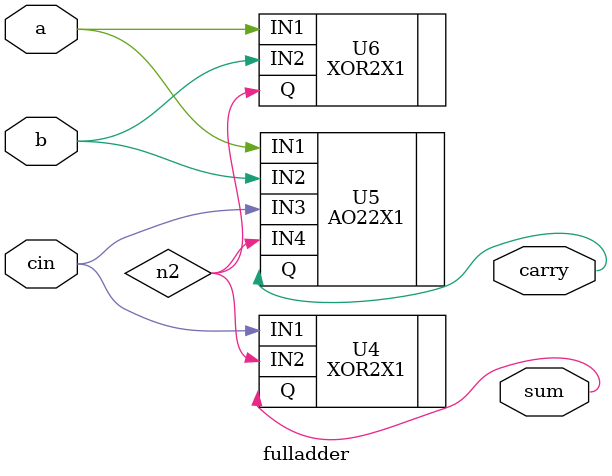
<source format=v>


module fulladder ( a, b, cin, sum, carry );
  input a, b, cin;
  output sum, carry;
  wire   n2;

  XOR2X1 U4 ( .IN1(cin), .IN2(n2), .Q(sum) );
  AO22X1 U5 ( .IN1(a), .IN2(b), .IN3(cin), .IN4(n2), .Q(carry) );
  XOR2X1 U6 ( .IN1(a), .IN2(b), .Q(n2) );
endmodule


</source>
